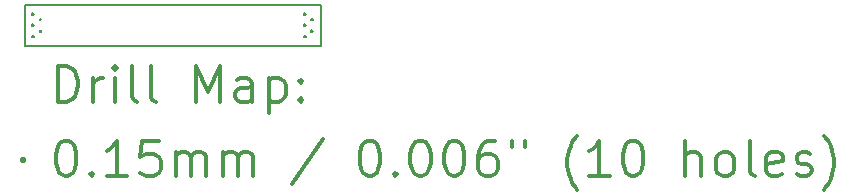
<source format=gbr>
%FSLAX45Y45*%
G04 Gerber Fmt 4.5, Leading zero omitted, Abs format (unit mm)*
G04 Created by KiCad (PCBNEW (5.1.0)-1) date 2019-10-18 10:52:20*
%MOMM*%
%LPD*%
G04 APERTURE LIST*
%ADD10C,0.150000*%
%ADD11C,0.200000*%
%ADD12C,0.300000*%
G04 APERTURE END LIST*
D10*
X16435000Y-10075000D02*
X16435000Y-9730000D01*
X13925000Y-10075000D02*
X13925000Y-9730000D01*
X16435000Y-9730000D02*
X13925000Y-9730000D01*
X13925000Y-10075000D02*
X16435000Y-10075000D01*
D11*
X13990000Y-9796960D02*
X14005000Y-9811960D01*
X14005000Y-9796960D02*
X13990000Y-9811960D01*
X13990000Y-9893480D02*
X14005000Y-9908480D01*
X14005000Y-9893480D02*
X13990000Y-9908480D01*
X13990000Y-9990000D02*
X14005000Y-10005000D01*
X14005000Y-9990000D02*
X13990000Y-10005000D01*
X14050960Y-9845220D02*
X14065960Y-9860220D01*
X14065960Y-9845220D02*
X14050960Y-9860220D01*
X14050960Y-9941740D02*
X14065960Y-9956740D01*
X14065960Y-9941740D02*
X14050960Y-9956740D01*
X16290000Y-9796960D02*
X16305000Y-9811960D01*
X16305000Y-9796960D02*
X16290000Y-9811960D01*
X16290000Y-9893480D02*
X16305000Y-9908480D01*
X16305000Y-9893480D02*
X16290000Y-9908480D01*
X16290000Y-9990000D02*
X16305000Y-10005000D01*
X16305000Y-9990000D02*
X16290000Y-10005000D01*
X16350960Y-9845220D02*
X16365960Y-9860220D01*
X16365960Y-9845220D02*
X16350960Y-9860220D01*
X16350960Y-9941740D02*
X16365960Y-9956740D01*
X16365960Y-9941740D02*
X16350960Y-9956740D01*
D12*
X14203928Y-10548214D02*
X14203928Y-10248214D01*
X14275357Y-10248214D01*
X14318214Y-10262500D01*
X14346786Y-10291072D01*
X14361071Y-10319643D01*
X14375357Y-10376786D01*
X14375357Y-10419643D01*
X14361071Y-10476786D01*
X14346786Y-10505357D01*
X14318214Y-10533929D01*
X14275357Y-10548214D01*
X14203928Y-10548214D01*
X14503928Y-10548214D02*
X14503928Y-10348214D01*
X14503928Y-10405357D02*
X14518214Y-10376786D01*
X14532500Y-10362500D01*
X14561071Y-10348214D01*
X14589643Y-10348214D01*
X14689643Y-10548214D02*
X14689643Y-10348214D01*
X14689643Y-10248214D02*
X14675357Y-10262500D01*
X14689643Y-10276786D01*
X14703928Y-10262500D01*
X14689643Y-10248214D01*
X14689643Y-10276786D01*
X14875357Y-10548214D02*
X14846786Y-10533929D01*
X14832500Y-10505357D01*
X14832500Y-10248214D01*
X15032500Y-10548214D02*
X15003928Y-10533929D01*
X14989643Y-10505357D01*
X14989643Y-10248214D01*
X15375357Y-10548214D02*
X15375357Y-10248214D01*
X15475357Y-10462500D01*
X15575357Y-10248214D01*
X15575357Y-10548214D01*
X15846786Y-10548214D02*
X15846786Y-10391072D01*
X15832500Y-10362500D01*
X15803928Y-10348214D01*
X15746786Y-10348214D01*
X15718214Y-10362500D01*
X15846786Y-10533929D02*
X15818214Y-10548214D01*
X15746786Y-10548214D01*
X15718214Y-10533929D01*
X15703928Y-10505357D01*
X15703928Y-10476786D01*
X15718214Y-10448214D01*
X15746786Y-10433929D01*
X15818214Y-10433929D01*
X15846786Y-10419643D01*
X15989643Y-10348214D02*
X15989643Y-10648214D01*
X15989643Y-10362500D02*
X16018214Y-10348214D01*
X16075357Y-10348214D01*
X16103928Y-10362500D01*
X16118214Y-10376786D01*
X16132500Y-10405357D01*
X16132500Y-10491072D01*
X16118214Y-10519643D01*
X16103928Y-10533929D01*
X16075357Y-10548214D01*
X16018214Y-10548214D01*
X15989643Y-10533929D01*
X16261071Y-10519643D02*
X16275357Y-10533929D01*
X16261071Y-10548214D01*
X16246786Y-10533929D01*
X16261071Y-10519643D01*
X16261071Y-10548214D01*
X16261071Y-10362500D02*
X16275357Y-10376786D01*
X16261071Y-10391072D01*
X16246786Y-10376786D01*
X16261071Y-10362500D01*
X16261071Y-10391072D01*
X13902500Y-11035000D02*
X13917500Y-11050000D01*
X13917500Y-11035000D02*
X13902500Y-11050000D01*
X14261071Y-10878214D02*
X14289643Y-10878214D01*
X14318214Y-10892500D01*
X14332500Y-10906786D01*
X14346786Y-10935357D01*
X14361071Y-10992500D01*
X14361071Y-11063929D01*
X14346786Y-11121072D01*
X14332500Y-11149643D01*
X14318214Y-11163929D01*
X14289643Y-11178214D01*
X14261071Y-11178214D01*
X14232500Y-11163929D01*
X14218214Y-11149643D01*
X14203928Y-11121072D01*
X14189643Y-11063929D01*
X14189643Y-10992500D01*
X14203928Y-10935357D01*
X14218214Y-10906786D01*
X14232500Y-10892500D01*
X14261071Y-10878214D01*
X14489643Y-11149643D02*
X14503928Y-11163929D01*
X14489643Y-11178214D01*
X14475357Y-11163929D01*
X14489643Y-11149643D01*
X14489643Y-11178214D01*
X14789643Y-11178214D02*
X14618214Y-11178214D01*
X14703928Y-11178214D02*
X14703928Y-10878214D01*
X14675357Y-10921072D01*
X14646786Y-10949643D01*
X14618214Y-10963929D01*
X15061071Y-10878214D02*
X14918214Y-10878214D01*
X14903928Y-11021072D01*
X14918214Y-11006786D01*
X14946786Y-10992500D01*
X15018214Y-10992500D01*
X15046786Y-11006786D01*
X15061071Y-11021072D01*
X15075357Y-11049643D01*
X15075357Y-11121072D01*
X15061071Y-11149643D01*
X15046786Y-11163929D01*
X15018214Y-11178214D01*
X14946786Y-11178214D01*
X14918214Y-11163929D01*
X14903928Y-11149643D01*
X15203928Y-11178214D02*
X15203928Y-10978214D01*
X15203928Y-11006786D02*
X15218214Y-10992500D01*
X15246786Y-10978214D01*
X15289643Y-10978214D01*
X15318214Y-10992500D01*
X15332500Y-11021072D01*
X15332500Y-11178214D01*
X15332500Y-11021072D02*
X15346786Y-10992500D01*
X15375357Y-10978214D01*
X15418214Y-10978214D01*
X15446786Y-10992500D01*
X15461071Y-11021072D01*
X15461071Y-11178214D01*
X15603928Y-11178214D02*
X15603928Y-10978214D01*
X15603928Y-11006786D02*
X15618214Y-10992500D01*
X15646786Y-10978214D01*
X15689643Y-10978214D01*
X15718214Y-10992500D01*
X15732500Y-11021072D01*
X15732500Y-11178214D01*
X15732500Y-11021072D02*
X15746786Y-10992500D01*
X15775357Y-10978214D01*
X15818214Y-10978214D01*
X15846786Y-10992500D01*
X15861071Y-11021072D01*
X15861071Y-11178214D01*
X16446786Y-10863929D02*
X16189643Y-11249643D01*
X16832500Y-10878214D02*
X16861071Y-10878214D01*
X16889643Y-10892500D01*
X16903928Y-10906786D01*
X16918214Y-10935357D01*
X16932500Y-10992500D01*
X16932500Y-11063929D01*
X16918214Y-11121072D01*
X16903928Y-11149643D01*
X16889643Y-11163929D01*
X16861071Y-11178214D01*
X16832500Y-11178214D01*
X16803928Y-11163929D01*
X16789643Y-11149643D01*
X16775357Y-11121072D01*
X16761071Y-11063929D01*
X16761071Y-10992500D01*
X16775357Y-10935357D01*
X16789643Y-10906786D01*
X16803928Y-10892500D01*
X16832500Y-10878214D01*
X17061071Y-11149643D02*
X17075357Y-11163929D01*
X17061071Y-11178214D01*
X17046786Y-11163929D01*
X17061071Y-11149643D01*
X17061071Y-11178214D01*
X17261071Y-10878214D02*
X17289643Y-10878214D01*
X17318214Y-10892500D01*
X17332500Y-10906786D01*
X17346786Y-10935357D01*
X17361071Y-10992500D01*
X17361071Y-11063929D01*
X17346786Y-11121072D01*
X17332500Y-11149643D01*
X17318214Y-11163929D01*
X17289643Y-11178214D01*
X17261071Y-11178214D01*
X17232500Y-11163929D01*
X17218214Y-11149643D01*
X17203928Y-11121072D01*
X17189643Y-11063929D01*
X17189643Y-10992500D01*
X17203928Y-10935357D01*
X17218214Y-10906786D01*
X17232500Y-10892500D01*
X17261071Y-10878214D01*
X17546786Y-10878214D02*
X17575357Y-10878214D01*
X17603928Y-10892500D01*
X17618214Y-10906786D01*
X17632500Y-10935357D01*
X17646786Y-10992500D01*
X17646786Y-11063929D01*
X17632500Y-11121072D01*
X17618214Y-11149643D01*
X17603928Y-11163929D01*
X17575357Y-11178214D01*
X17546786Y-11178214D01*
X17518214Y-11163929D01*
X17503928Y-11149643D01*
X17489643Y-11121072D01*
X17475357Y-11063929D01*
X17475357Y-10992500D01*
X17489643Y-10935357D01*
X17503928Y-10906786D01*
X17518214Y-10892500D01*
X17546786Y-10878214D01*
X17903928Y-10878214D02*
X17846786Y-10878214D01*
X17818214Y-10892500D01*
X17803928Y-10906786D01*
X17775357Y-10949643D01*
X17761071Y-11006786D01*
X17761071Y-11121072D01*
X17775357Y-11149643D01*
X17789643Y-11163929D01*
X17818214Y-11178214D01*
X17875357Y-11178214D01*
X17903928Y-11163929D01*
X17918214Y-11149643D01*
X17932500Y-11121072D01*
X17932500Y-11049643D01*
X17918214Y-11021072D01*
X17903928Y-11006786D01*
X17875357Y-10992500D01*
X17818214Y-10992500D01*
X17789643Y-11006786D01*
X17775357Y-11021072D01*
X17761071Y-11049643D01*
X18046786Y-10878214D02*
X18046786Y-10935357D01*
X18161071Y-10878214D02*
X18161071Y-10935357D01*
X18603928Y-11292500D02*
X18589643Y-11278214D01*
X18561071Y-11235357D01*
X18546786Y-11206786D01*
X18532500Y-11163929D01*
X18518214Y-11092500D01*
X18518214Y-11035357D01*
X18532500Y-10963929D01*
X18546786Y-10921072D01*
X18561071Y-10892500D01*
X18589643Y-10849643D01*
X18603928Y-10835357D01*
X18875357Y-11178214D02*
X18703928Y-11178214D01*
X18789643Y-11178214D02*
X18789643Y-10878214D01*
X18761071Y-10921072D01*
X18732500Y-10949643D01*
X18703928Y-10963929D01*
X19061071Y-10878214D02*
X19089643Y-10878214D01*
X19118214Y-10892500D01*
X19132500Y-10906786D01*
X19146786Y-10935357D01*
X19161071Y-10992500D01*
X19161071Y-11063929D01*
X19146786Y-11121072D01*
X19132500Y-11149643D01*
X19118214Y-11163929D01*
X19089643Y-11178214D01*
X19061071Y-11178214D01*
X19032500Y-11163929D01*
X19018214Y-11149643D01*
X19003928Y-11121072D01*
X18989643Y-11063929D01*
X18989643Y-10992500D01*
X19003928Y-10935357D01*
X19018214Y-10906786D01*
X19032500Y-10892500D01*
X19061071Y-10878214D01*
X19518214Y-11178214D02*
X19518214Y-10878214D01*
X19646786Y-11178214D02*
X19646786Y-11021072D01*
X19632500Y-10992500D01*
X19603928Y-10978214D01*
X19561071Y-10978214D01*
X19532500Y-10992500D01*
X19518214Y-11006786D01*
X19832500Y-11178214D02*
X19803928Y-11163929D01*
X19789643Y-11149643D01*
X19775357Y-11121072D01*
X19775357Y-11035357D01*
X19789643Y-11006786D01*
X19803928Y-10992500D01*
X19832500Y-10978214D01*
X19875357Y-10978214D01*
X19903928Y-10992500D01*
X19918214Y-11006786D01*
X19932500Y-11035357D01*
X19932500Y-11121072D01*
X19918214Y-11149643D01*
X19903928Y-11163929D01*
X19875357Y-11178214D01*
X19832500Y-11178214D01*
X20103928Y-11178214D02*
X20075357Y-11163929D01*
X20061071Y-11135357D01*
X20061071Y-10878214D01*
X20332500Y-11163929D02*
X20303928Y-11178214D01*
X20246786Y-11178214D01*
X20218214Y-11163929D01*
X20203928Y-11135357D01*
X20203928Y-11021072D01*
X20218214Y-10992500D01*
X20246786Y-10978214D01*
X20303928Y-10978214D01*
X20332500Y-10992500D01*
X20346786Y-11021072D01*
X20346786Y-11049643D01*
X20203928Y-11078214D01*
X20461071Y-11163929D02*
X20489643Y-11178214D01*
X20546786Y-11178214D01*
X20575357Y-11163929D01*
X20589643Y-11135357D01*
X20589643Y-11121072D01*
X20575357Y-11092500D01*
X20546786Y-11078214D01*
X20503928Y-11078214D01*
X20475357Y-11063929D01*
X20461071Y-11035357D01*
X20461071Y-11021072D01*
X20475357Y-10992500D01*
X20503928Y-10978214D01*
X20546786Y-10978214D01*
X20575357Y-10992500D01*
X20689643Y-11292500D02*
X20703928Y-11278214D01*
X20732500Y-11235357D01*
X20746786Y-11206786D01*
X20761071Y-11163929D01*
X20775357Y-11092500D01*
X20775357Y-11035357D01*
X20761071Y-10963929D01*
X20746786Y-10921072D01*
X20732500Y-10892500D01*
X20703928Y-10849643D01*
X20689643Y-10835357D01*
M02*

</source>
